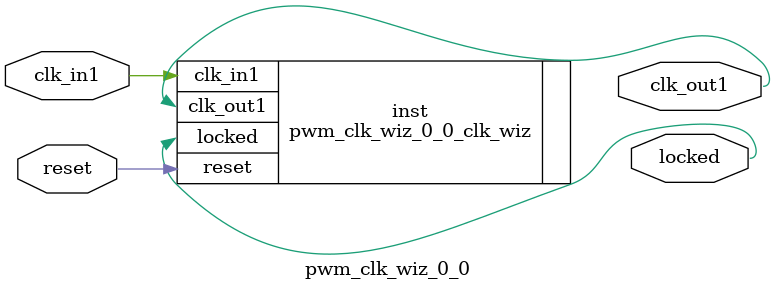
<source format=v>


`timescale 1ps/1ps

(* CORE_GENERATION_INFO = "pwm_clk_wiz_0_0,clk_wiz_v6_0_4_0_0,{component_name=pwm_clk_wiz_0_0,use_phase_alignment=true,use_min_o_jitter=false,use_max_i_jitter=false,use_dyn_phase_shift=false,use_inclk_switchover=false,use_dyn_reconfig=false,enable_axi=0,feedback_source=FDBK_AUTO,PRIMITIVE=MMCM,num_out_clk=1,clkin1_period=10.000,clkin2_period=10.000,use_power_down=false,use_reset=true,use_locked=true,use_inclk_stopped=false,feedback_type=SINGLE,CLOCK_MGR_TYPE=NA,manual_override=false}" *)

module pwm_clk_wiz_0_0 
 (
  // Clock out ports
  output        clk_out1,
  // Status and control signals
  input         reset,
  output        locked,
 // Clock in ports
  input         clk_in1
 );

  pwm_clk_wiz_0_0_clk_wiz inst
  (
  // Clock out ports  
  .clk_out1(clk_out1),
  // Status and control signals               
  .reset(reset), 
  .locked(locked),
 // Clock in ports
  .clk_in1(clk_in1)
  );

endmodule

</source>
